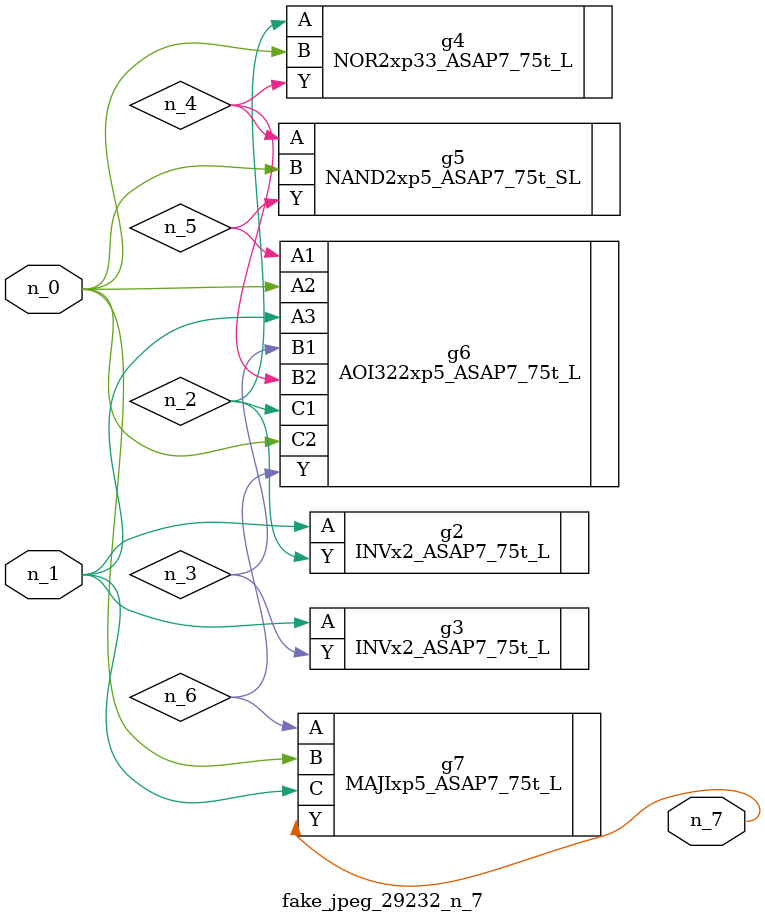
<source format=v>
module fake_jpeg_29232_n_7 (n_0, n_1, n_7);

input n_0;
input n_1;

output n_7;

wire n_2;
wire n_3;
wire n_4;
wire n_6;
wire n_5;

INVx2_ASAP7_75t_L g2 ( 
.A(n_1),
.Y(n_2)
);

INVx2_ASAP7_75t_L g3 ( 
.A(n_1),
.Y(n_3)
);

NOR2xp33_ASAP7_75t_L g4 ( 
.A(n_2),
.B(n_0),
.Y(n_4)
);

NAND2xp5_ASAP7_75t_SL g5 ( 
.A(n_4),
.B(n_0),
.Y(n_5)
);

AOI322xp5_ASAP7_75t_L g6 ( 
.A1(n_5),
.A2(n_0),
.A3(n_1),
.B1(n_3),
.B2(n_4),
.C1(n_2),
.C2(n_0),
.Y(n_6)
);

MAJIxp5_ASAP7_75t_L g7 ( 
.A(n_6),
.B(n_0),
.C(n_1),
.Y(n_7)
);


endmodule
</source>
